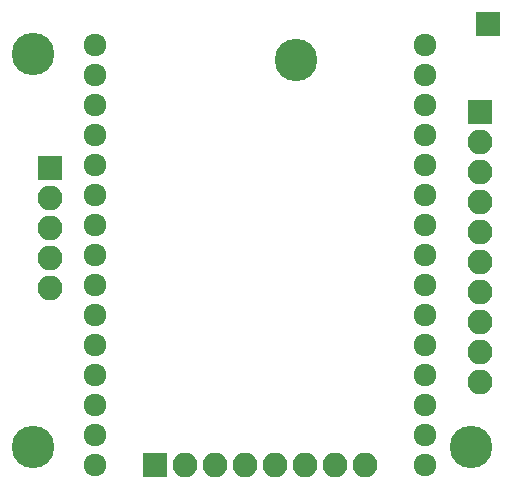
<source format=gts>
G04 #@! TF.FileFunction,Soldermask,Top*
%FSLAX46Y46*%
G04 Gerber Fmt 4.6, Leading zero omitted, Abs format (unit mm)*
G04 Created by KiCad (PCBNEW 4.0.6) date 05/17/17 20:45:08*
%MOMM*%
%LPD*%
G01*
G04 APERTURE LIST*
%ADD10C,0.101600*%
%ADD11C,3.600000*%
%ADD12R,2.100000X2.100000*%
%ADD13O,2.100000X2.100000*%
%ADD14C,1.924000*%
G04 APERTURE END LIST*
D10*
D11*
X65659000Y-38989000D03*
X43434000Y-71755000D03*
X80518000Y-71755000D03*
D12*
X44831000Y-48133000D03*
D13*
X44831000Y-50673000D03*
X44831000Y-53213000D03*
X44831000Y-55753000D03*
X44831000Y-58293000D03*
D14*
X48641000Y-37719000D03*
X48641000Y-40259000D03*
X48641000Y-42799000D03*
X48641000Y-45339000D03*
X48641000Y-47879000D03*
X48641000Y-50419000D03*
X48641000Y-52959000D03*
X48641000Y-55499000D03*
X48641000Y-58039000D03*
X48641000Y-60579000D03*
X48641000Y-63119000D03*
X48641000Y-65659000D03*
X48641000Y-68199000D03*
X48641000Y-70739000D03*
X48641000Y-73279000D03*
X76581000Y-73279000D03*
X76581000Y-70739000D03*
X76581000Y-68199000D03*
X76581000Y-65659000D03*
X76581000Y-63119000D03*
X76581000Y-60579000D03*
X76581000Y-58039000D03*
X76581000Y-55499000D03*
X76581000Y-52959000D03*
X76581000Y-50419000D03*
X76581000Y-47879000D03*
X76581000Y-45339000D03*
X76581000Y-42799000D03*
X76581000Y-40259000D03*
X76581000Y-37719000D03*
D12*
X81280000Y-43434000D03*
D13*
X81280000Y-45974000D03*
X81280000Y-48514000D03*
X81280000Y-51054000D03*
X81280000Y-53594000D03*
X81280000Y-56134000D03*
X81280000Y-58674000D03*
X81280000Y-61214000D03*
X81280000Y-63754000D03*
X81280000Y-66294000D03*
D12*
X53721000Y-73279000D03*
D13*
X56261000Y-73279000D03*
X58801000Y-73279000D03*
X61341000Y-73279000D03*
X63881000Y-73279000D03*
X66421000Y-73279000D03*
X68961000Y-73279000D03*
X71501000Y-73279000D03*
D11*
X43434000Y-38481000D03*
D12*
X81915000Y-35941000D03*
M02*

</source>
